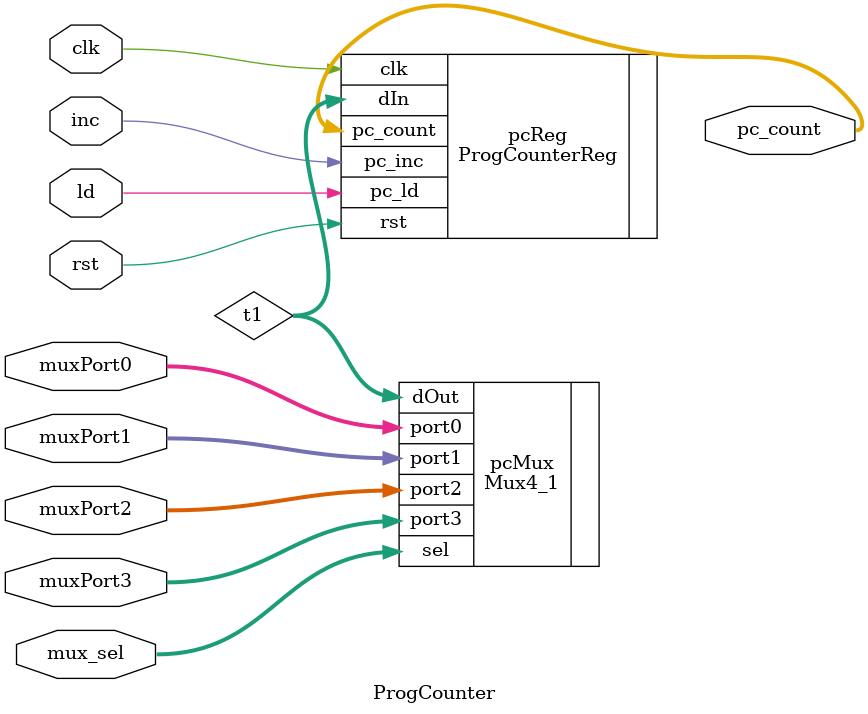
<source format=sv>
`timescale 1ns / 1ps


module ProgCounter(
         input [9:0] muxPort0, muxPort1, muxPort2, muxPort3,
         input [1:0] mux_sel,
         input ld, inc, rst, clk,
         output logic [9:0] pc_count
         );
    
    logic [9:0] t1;
    
Mux4_1 #(10) pcMux(.port0(muxPort0), .port1(muxPort1), .port2(muxPort2), .port3(muxPort3),
                    .sel(mux_sel), .dOut(t1) );
ProgCounterReg pcReg(.clk(clk), .dIn(t1), .pc_ld(ld), .pc_inc(inc), .rst(rst), .pc_count(pc_count));
    
endmodule

</source>
